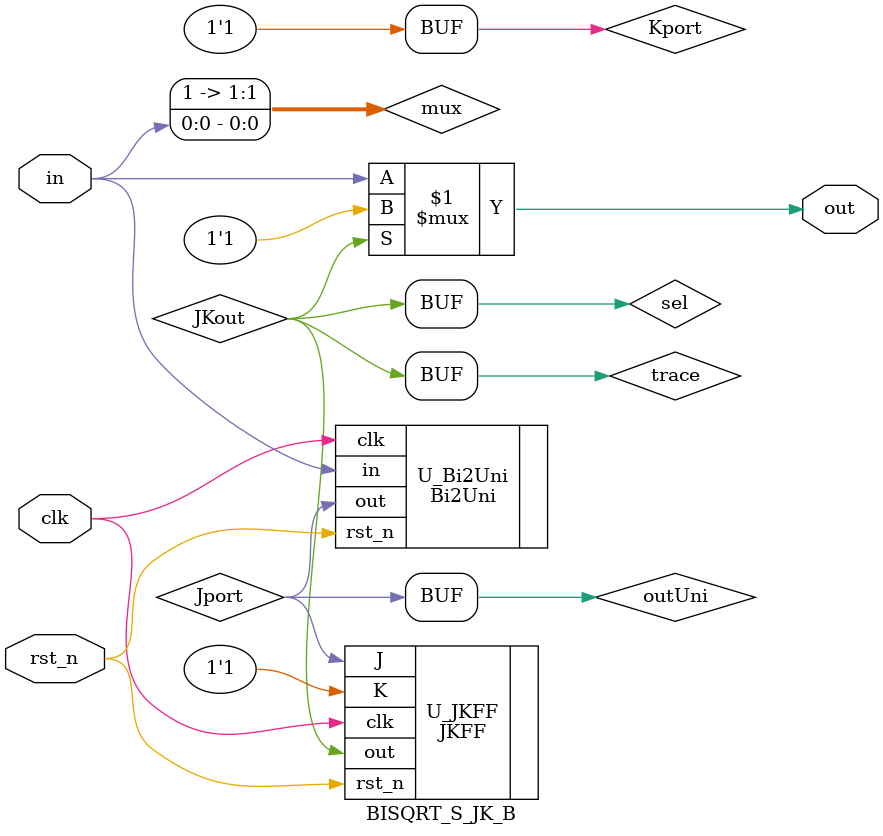
<source format=sv>
`include "../jkff/JKFF.sv"
`include "../../stream/shuffle/Bi2Uni.sv"

module BISQRT_S_JK_B # (
    parameter DEP=3
) (
    input logic clk,    // Clock
    input logic rst_n,  // Asynchronous reset active low
    input logic in,
    output logic out
);
    
    logic [1:0] mux;
    logic sel;
    logic trace;

    logic Jport;
    logic Kport;
    logic JKout;
    logic outUni;
    
    assign mux[0] = in;
    assign mux[1] = 1;
    assign out = sel ? mux[1] : mux[0];
    assign sel = trace;

    assign trace = JKout;
    assign Jport = outUni;
    assign Kport = 1;

    JKFF U_JKFF(
        .clk(clk),
        .rst_n(rst_n),
        .J(Jport),
        .K(Kport),
        .out(JKout)
        );

    Bi2Uni #(
        .DEP(DEP)
    ) U_Bi2Uni(
        .clk(clk),
        .rst_n(rst_n),
        .in(in),
        .out(outUni)
        );

endmodule

</source>
